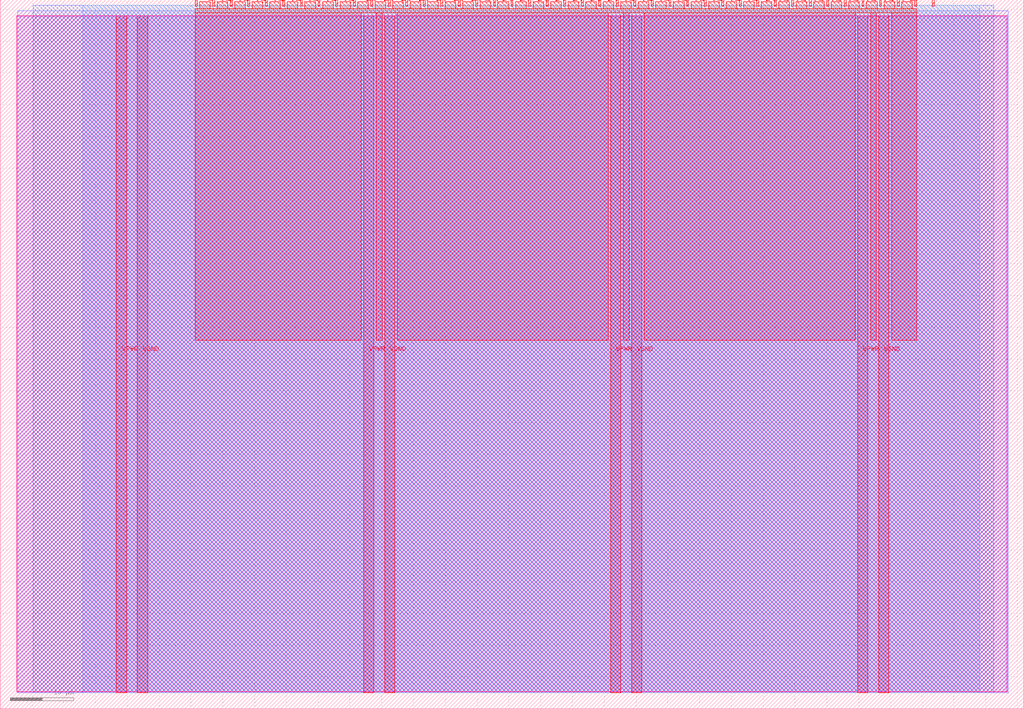
<source format=lef>
VERSION 5.7 ;
  NOWIREEXTENSIONATPIN ON ;
  DIVIDERCHAR "/" ;
  BUSBITCHARS "[]" ;
MACRO tt_um_tiny_hardware_authentication_engine
  CLASS BLOCK ;
  FOREIGN tt_um_tiny_hardware_authentication_engine ;
  ORIGIN 0.000 0.000 ;
  SIZE 161.000 BY 111.520 ;
  PIN VGND
    DIRECTION INOUT ;
    USE GROUND ;
    PORT
      LAYER met4 ;
        RECT 21.580 2.480 23.180 109.040 ;
    END
    PORT
      LAYER met4 ;
        RECT 60.450 2.480 62.050 109.040 ;
    END
    PORT
      LAYER met4 ;
        RECT 99.320 2.480 100.920 109.040 ;
    END
    PORT
      LAYER met4 ;
        RECT 138.190 2.480 139.790 109.040 ;
    END
  END VGND
  PIN VPWR
    DIRECTION INOUT ;
    USE POWER ;
    PORT
      LAYER met4 ;
        RECT 18.280 2.480 19.880 109.040 ;
    END
    PORT
      LAYER met4 ;
        RECT 57.150 2.480 58.750 109.040 ;
    END
    PORT
      LAYER met4 ;
        RECT 96.020 2.480 97.620 109.040 ;
    END
    PORT
      LAYER met4 ;
        RECT 134.890 2.480 136.490 109.040 ;
    END
  END VPWR
  PIN clk
    DIRECTION INPUT ;
    USE SIGNAL ;
    ANTENNAGATEAREA 0.852000 ;
    PORT
      LAYER met4 ;
        RECT 143.830 110.520 144.130 111.520 ;
    END
  END clk
  PIN ena
    DIRECTION INPUT ;
    USE SIGNAL ;
    PORT
      LAYER met4 ;
        RECT 146.590 110.520 146.890 111.520 ;
    END
  END ena
  PIN rst_n
    DIRECTION INPUT ;
    USE SIGNAL ;
    ANTENNAGATEAREA 0.196500 ;
    PORT
      LAYER met4 ;
        RECT 141.070 110.520 141.370 111.520 ;
    END
  END rst_n
  PIN ui_in[0]
    DIRECTION INPUT ;
    USE SIGNAL ;
    ANTENNAGATEAREA 0.196500 ;
    PORT
      LAYER met4 ;
        RECT 138.310 110.520 138.610 111.520 ;
    END
  END ui_in[0]
  PIN ui_in[1]
    DIRECTION INPUT ;
    USE SIGNAL ;
    ANTENNAGATEAREA 0.196500 ;
    PORT
      LAYER met4 ;
        RECT 135.550 110.520 135.850 111.520 ;
    END
  END ui_in[1]
  PIN ui_in[2]
    DIRECTION INPUT ;
    USE SIGNAL ;
    ANTENNAGATEAREA 0.196500 ;
    PORT
      LAYER met4 ;
        RECT 132.790 110.520 133.090 111.520 ;
    END
  END ui_in[2]
  PIN ui_in[3]
    DIRECTION INPUT ;
    USE SIGNAL ;
    ANTENNAGATEAREA 0.196500 ;
    PORT
      LAYER met4 ;
        RECT 130.030 110.520 130.330 111.520 ;
    END
  END ui_in[3]
  PIN ui_in[4]
    DIRECTION INPUT ;
    USE SIGNAL ;
    ANTENNAGATEAREA 0.196500 ;
    PORT
      LAYER met4 ;
        RECT 127.270 110.520 127.570 111.520 ;
    END
  END ui_in[4]
  PIN ui_in[5]
    DIRECTION INPUT ;
    USE SIGNAL ;
    ANTENNAGATEAREA 0.196500 ;
    PORT
      LAYER met4 ;
        RECT 124.510 110.520 124.810 111.520 ;
    END
  END ui_in[5]
  PIN ui_in[6]
    DIRECTION INPUT ;
    USE SIGNAL ;
    PORT
      LAYER met4 ;
        RECT 121.750 110.520 122.050 111.520 ;
    END
  END ui_in[6]
  PIN ui_in[7]
    DIRECTION INPUT ;
    USE SIGNAL ;
    PORT
      LAYER met4 ;
        RECT 118.990 110.520 119.290 111.520 ;
    END
  END ui_in[7]
  PIN uio_in[0]
    DIRECTION INPUT ;
    USE SIGNAL ;
    PORT
      LAYER met4 ;
        RECT 116.230 110.520 116.530 111.520 ;
    END
  END uio_in[0]
  PIN uio_in[1]
    DIRECTION INPUT ;
    USE SIGNAL ;
    PORT
      LAYER met4 ;
        RECT 113.470 110.520 113.770 111.520 ;
    END
  END uio_in[1]
  PIN uio_in[2]
    DIRECTION INPUT ;
    USE SIGNAL ;
    PORT
      LAYER met4 ;
        RECT 110.710 110.520 111.010 111.520 ;
    END
  END uio_in[2]
  PIN uio_in[3]
    DIRECTION INPUT ;
    USE SIGNAL ;
    PORT
      LAYER met4 ;
        RECT 107.950 110.520 108.250 111.520 ;
    END
  END uio_in[3]
  PIN uio_in[4]
    DIRECTION INPUT ;
    USE SIGNAL ;
    PORT
      LAYER met4 ;
        RECT 105.190 110.520 105.490 111.520 ;
    END
  END uio_in[4]
  PIN uio_in[5]
    DIRECTION INPUT ;
    USE SIGNAL ;
    PORT
      LAYER met4 ;
        RECT 102.430 110.520 102.730 111.520 ;
    END
  END uio_in[5]
  PIN uio_in[6]
    DIRECTION INPUT ;
    USE SIGNAL ;
    PORT
      LAYER met4 ;
        RECT 99.670 110.520 99.970 111.520 ;
    END
  END uio_in[6]
  PIN uio_in[7]
    DIRECTION INPUT ;
    USE SIGNAL ;
    PORT
      LAYER met4 ;
        RECT 96.910 110.520 97.210 111.520 ;
    END
  END uio_in[7]
  PIN uio_oe[0]
    DIRECTION OUTPUT ;
    USE SIGNAL ;
    PORT
      LAYER met4 ;
        RECT 49.990 110.520 50.290 111.520 ;
    END
  END uio_oe[0]
  PIN uio_oe[1]
    DIRECTION OUTPUT ;
    USE SIGNAL ;
    PORT
      LAYER met4 ;
        RECT 47.230 110.520 47.530 111.520 ;
    END
  END uio_oe[1]
  PIN uio_oe[2]
    DIRECTION OUTPUT ;
    USE SIGNAL ;
    PORT
      LAYER met4 ;
        RECT 44.470 110.520 44.770 111.520 ;
    END
  END uio_oe[2]
  PIN uio_oe[3]
    DIRECTION OUTPUT ;
    USE SIGNAL ;
    PORT
      LAYER met4 ;
        RECT 41.710 110.520 42.010 111.520 ;
    END
  END uio_oe[3]
  PIN uio_oe[4]
    DIRECTION OUTPUT ;
    USE SIGNAL ;
    PORT
      LAYER met4 ;
        RECT 38.950 110.520 39.250 111.520 ;
    END
  END uio_oe[4]
  PIN uio_oe[5]
    DIRECTION OUTPUT ;
    USE SIGNAL ;
    PORT
      LAYER met4 ;
        RECT 36.190 110.520 36.490 111.520 ;
    END
  END uio_oe[5]
  PIN uio_oe[6]
    DIRECTION OUTPUT ;
    USE SIGNAL ;
    PORT
      LAYER met4 ;
        RECT 33.430 110.520 33.730 111.520 ;
    END
  END uio_oe[6]
  PIN uio_oe[7]
    DIRECTION OUTPUT ;
    USE SIGNAL ;
    PORT
      LAYER met4 ;
        RECT 30.670 110.520 30.970 111.520 ;
    END
  END uio_oe[7]
  PIN uio_out[0]
    DIRECTION OUTPUT ;
    USE SIGNAL ;
    ANTENNADIFFAREA 1.524450 ;
    PORT
      LAYER met4 ;
        RECT 72.070 110.520 72.370 111.520 ;
    END
  END uio_out[0]
  PIN uio_out[1]
    DIRECTION OUTPUT ;
    USE SIGNAL ;
    ANTENNADIFFAREA 1.431000 ;
    PORT
      LAYER met4 ;
        RECT 69.310 110.520 69.610 111.520 ;
    END
  END uio_out[1]
  PIN uio_out[2]
    DIRECTION OUTPUT ;
    USE SIGNAL ;
    ANTENNADIFFAREA 0.462000 ;
    PORT
      LAYER met4 ;
        RECT 66.550 110.520 66.850 111.520 ;
    END
  END uio_out[2]
  PIN uio_out[3]
    DIRECTION OUTPUT ;
    USE SIGNAL ;
    ANTENNADIFFAREA 0.445500 ;
    PORT
      LAYER met4 ;
        RECT 63.790 110.520 64.090 111.520 ;
    END
  END uio_out[3]
  PIN uio_out[4]
    DIRECTION OUTPUT ;
    USE SIGNAL ;
    ANTENNADIFFAREA 0.891000 ;
    PORT
      LAYER met4 ;
        RECT 61.030 110.520 61.330 111.520 ;
    END
  END uio_out[4]
  PIN uio_out[5]
    DIRECTION OUTPUT ;
    USE SIGNAL ;
    ANTENNADIFFAREA 0.452000 ;
    PORT
      LAYER met4 ;
        RECT 58.270 110.520 58.570 111.520 ;
    END
  END uio_out[5]
  PIN uio_out[6]
    DIRECTION OUTPUT ;
    USE SIGNAL ;
    ANTENNADIFFAREA 0.891000 ;
    PORT
      LAYER met4 ;
        RECT 55.510 110.520 55.810 111.520 ;
    END
  END uio_out[6]
  PIN uio_out[7]
    DIRECTION OUTPUT ;
    USE SIGNAL ;
    ANTENNADIFFAREA 0.643500 ;
    PORT
      LAYER met4 ;
        RECT 52.750 110.520 53.050 111.520 ;
    END
  END uio_out[7]
  PIN uo_out[0]
    DIRECTION OUTPUT ;
    USE SIGNAL ;
    ANTENNADIFFAREA 0.891000 ;
    PORT
      LAYER met4 ;
        RECT 94.150 110.520 94.450 111.520 ;
    END
  END uo_out[0]
  PIN uo_out[1]
    DIRECTION OUTPUT ;
    USE SIGNAL ;
    ANTENNADIFFAREA 0.891000 ;
    PORT
      LAYER met4 ;
        RECT 91.390 110.520 91.690 111.520 ;
    END
  END uo_out[1]
  PIN uo_out[2]
    DIRECTION OUTPUT ;
    USE SIGNAL ;
    ANTENNADIFFAREA 0.453750 ;
    PORT
      LAYER met4 ;
        RECT 88.630 110.520 88.930 111.520 ;
    END
  END uo_out[2]
  PIN uo_out[3]
    DIRECTION OUTPUT ;
    USE SIGNAL ;
    ANTENNADIFFAREA 0.891000 ;
    PORT
      LAYER met4 ;
        RECT 85.870 110.520 86.170 111.520 ;
    END
  END uo_out[3]
  PIN uo_out[4]
    DIRECTION OUTPUT ;
    USE SIGNAL ;
    ANTENNADIFFAREA 0.891000 ;
    PORT
      LAYER met4 ;
        RECT 83.110 110.520 83.410 111.520 ;
    END
  END uo_out[4]
  PIN uo_out[5]
    DIRECTION OUTPUT ;
    USE SIGNAL ;
    ANTENNADIFFAREA 1.443500 ;
    PORT
      LAYER met4 ;
        RECT 80.350 110.520 80.650 111.520 ;
    END
  END uo_out[5]
  PIN uo_out[6]
    DIRECTION OUTPUT ;
    USE SIGNAL ;
    ANTENNADIFFAREA 0.445500 ;
    PORT
      LAYER met4 ;
        RECT 77.590 110.520 77.890 111.520 ;
    END
  END uo_out[6]
  PIN uo_out[7]
    DIRECTION OUTPUT ;
    USE SIGNAL ;
    ANTENNADIFFAREA 1.242000 ;
    PORT
      LAYER met4 ;
        RECT 74.830 110.520 75.130 111.520 ;
    END
  END uo_out[7]
  OBS
      LAYER nwell ;
        RECT 2.570 2.635 158.430 108.990 ;
      LAYER li1 ;
        RECT 2.760 2.635 158.240 108.885 ;
      LAYER met1 ;
        RECT 2.760 2.480 158.540 109.780 ;
      LAYER met2 ;
        RECT 5.160 2.535 156.300 110.685 ;
      LAYER met3 ;
        RECT 12.945 2.555 154.035 110.665 ;
      LAYER met4 ;
        RECT 31.370 110.120 33.030 111.170 ;
        RECT 34.130 110.120 35.790 111.170 ;
        RECT 36.890 110.120 38.550 111.170 ;
        RECT 39.650 110.120 41.310 111.170 ;
        RECT 42.410 110.120 44.070 111.170 ;
        RECT 45.170 110.120 46.830 111.170 ;
        RECT 47.930 110.120 49.590 111.170 ;
        RECT 50.690 110.120 52.350 111.170 ;
        RECT 53.450 110.120 55.110 111.170 ;
        RECT 56.210 110.120 57.870 111.170 ;
        RECT 58.970 110.120 60.630 111.170 ;
        RECT 61.730 110.120 63.390 111.170 ;
        RECT 64.490 110.120 66.150 111.170 ;
        RECT 67.250 110.120 68.910 111.170 ;
        RECT 70.010 110.120 71.670 111.170 ;
        RECT 72.770 110.120 74.430 111.170 ;
        RECT 75.530 110.120 77.190 111.170 ;
        RECT 78.290 110.120 79.950 111.170 ;
        RECT 81.050 110.120 82.710 111.170 ;
        RECT 83.810 110.120 85.470 111.170 ;
        RECT 86.570 110.120 88.230 111.170 ;
        RECT 89.330 110.120 90.990 111.170 ;
        RECT 92.090 110.120 93.750 111.170 ;
        RECT 94.850 110.120 96.510 111.170 ;
        RECT 97.610 110.120 99.270 111.170 ;
        RECT 100.370 110.120 102.030 111.170 ;
        RECT 103.130 110.120 104.790 111.170 ;
        RECT 105.890 110.120 107.550 111.170 ;
        RECT 108.650 110.120 110.310 111.170 ;
        RECT 111.410 110.120 113.070 111.170 ;
        RECT 114.170 110.120 115.830 111.170 ;
        RECT 116.930 110.120 118.590 111.170 ;
        RECT 119.690 110.120 121.350 111.170 ;
        RECT 122.450 110.120 124.110 111.170 ;
        RECT 125.210 110.120 126.870 111.170 ;
        RECT 127.970 110.120 129.630 111.170 ;
        RECT 130.730 110.120 132.390 111.170 ;
        RECT 133.490 110.120 135.150 111.170 ;
        RECT 136.250 110.120 137.910 111.170 ;
        RECT 139.010 110.120 140.670 111.170 ;
        RECT 141.770 110.120 143.430 111.170 ;
        RECT 30.655 109.440 144.145 110.120 ;
        RECT 30.655 57.975 56.750 109.440 ;
        RECT 59.150 57.975 60.050 109.440 ;
        RECT 62.450 57.975 95.620 109.440 ;
        RECT 98.020 57.975 98.920 109.440 ;
        RECT 101.320 57.975 134.490 109.440 ;
        RECT 136.890 57.975 137.790 109.440 ;
        RECT 140.190 57.975 144.145 109.440 ;
  END
END tt_um_tiny_hardware_authentication_engine
END LIBRARY


</source>
